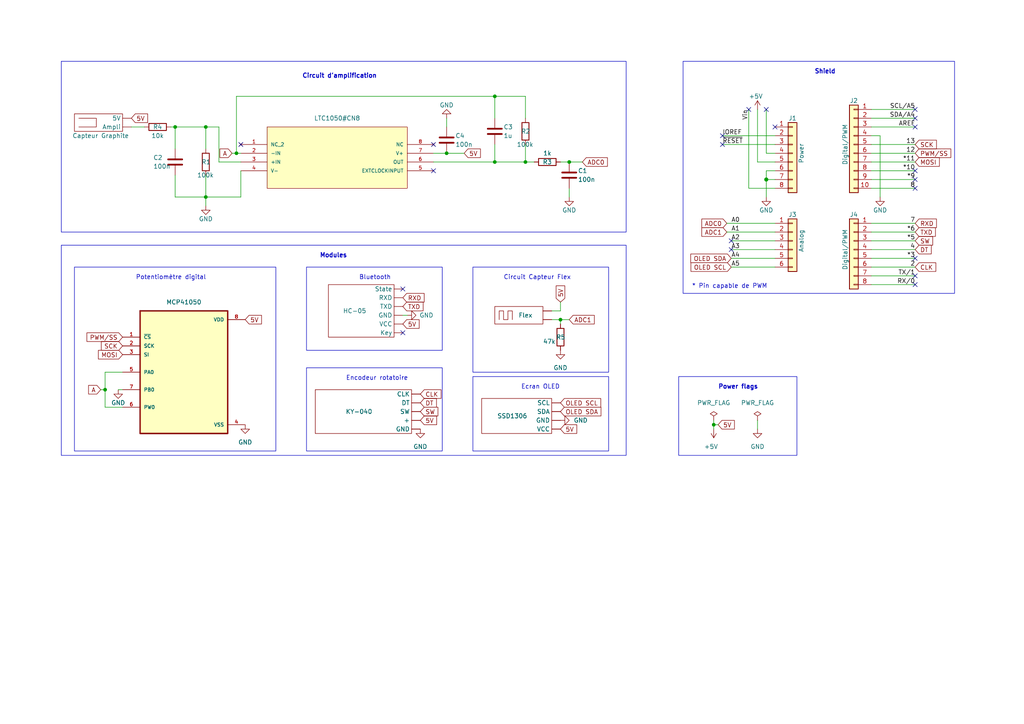
<source format=kicad_sch>
(kicad_sch (version 20230121) (generator eeschema)
  (paper "A4")
  (title_block (title "Projet capteur graphène") (date "2024-03-08") (rev "3") (company "INSA Toulouse") (comment 1 "VANDER-EECKEN Néo") (comment 2 "SELLIÉ Pierre"))
  (lib_symbols
    (symbol "Connector_Generic:Conn_01x06" (pin_names (offset 1.016) hide)
      (property "Reference" "J" (at 0 7.62 0))
      (property "Value" "Conn_01x06" (at 0 -10.16 0))
      (symbol "Conn_01x06_1_1"
        (rectangle (start -1.27 -7.493) (end 0 -7.747) (stroke (width 0.1524)))
        (rectangle (start -1.27 -4.953) (end 0 -5.207) (stroke (width 0.1524)))
        (rectangle (start -1.27 -2.413) (end 0 -2.667) (stroke (width 0.1524)))
        (rectangle (start -1.27 0.127) (end 0 -0.127) (stroke (width 0.1524)))
        (rectangle (start -1.27 2.667) (end 0 2.413) (stroke (width 0.1524)))
        (rectangle (start -1.27 5.207) (end 0 4.953) (stroke (width 0.1524)))
        (rectangle (start -1.27 6.35) (end 1.27 -8.89) (stroke (width 0.254)) (fill (type background)))
        (pin passive line (at -5.08 5.08 0) (length 3.81) (name "Pin_1") (number "1"))
        (pin passive line (at -5.08 2.54 0) (length 3.81) (name "Pin_2") (number "2"))
        (pin passive line (at -5.08 0 0) (length 3.81) (name "Pin_3") (number "3"))
        (pin passive line (at -5.08 -2.54 0) (length 3.81) (name "Pin_4") (number "4"))
        (pin passive line (at -5.08 -5.08 0) (length 3.81) (name "Pin_5") (number "5"))
        (pin passive line (at -5.08 -7.62 0) (length 3.81) (name "Pin_6") (number "6"))
      )
    )
    (symbol "Connector_Generic:Conn_01x08" (pin_names (offset 1.016) hide)
      (property "Reference" "J" (at 0 10.16 0))
      (property "Value" "Conn_01x08" (at 0 -12.7 0))
      (symbol "Conn_01x08_1_1"
        (rectangle (start -1.27 -10.033) (end 0 -10.287) (stroke (width 0.1524)))
        (rectangle (start -1.27 -7.493) (end 0 -7.747) (stroke (width 0.1524)))
        (rectangle (start -1.27 -4.953) (end 0 -5.207) (stroke (width 0.1524)))
        (rectangle (start -1.27 -2.413) (end 0 -2.667) (stroke (width 0.1524)))
        (rectangle (start -1.27 0.127) (end 0 -0.127) (stroke (width 0.1524)))
        (rectangle (start -1.27 2.667) (end 0 2.413) (stroke (width 0.1524)))
        (rectangle (start -1.27 5.207) (end 0 4.953) (stroke (width 0.1524)))
        (rectangle (start -1.27 7.747) (end 0 7.493) (stroke (width 0.1524)))
        (rectangle (start -1.27 8.89) (end 1.27 -11.43) (stroke (width 0.254)) (fill (type background)))
        (pin passive line (at -5.08 7.62 0) (length 3.81) (name "Pin_1") (number "1"))
        (pin passive line (at -5.08 5.08 0) (length 3.81) (name "Pin_2") (number "2"))
        (pin passive line (at -5.08 2.54 0) (length 3.81) (name "Pin_3") (number "3"))
        (pin passive line (at -5.08 0 0) (length 3.81) (name "Pin_4") (number "4"))
        (pin passive line (at -5.08 -2.54 0) (length 3.81) (name "Pin_5") (number "5"))
        (pin passive line (at -5.08 -5.08 0) (length 3.81) (name "Pin_6") (number "6"))
        (pin passive line (at -5.08 -7.62 0) (length 3.81) (name "Pin_7") (number "7"))
        (pin passive line (at -5.08 -10.16 0) (length 3.81) (name "Pin_8") (number "8"))
      )
    )
    (symbol "Connector_Generic:Conn_01x10" (pin_names (offset 1.016) hide)
      (property "Reference" "J" (at 0 12.7 0))
      (property "Value" "Conn_01x10" (at 0 -15.24 0))
      (symbol "Conn_01x10_1_1"
        (rectangle (start -1.27 -12.573) (end 0 -12.827) (stroke (width 0.1524)))
        (rectangle (start -1.27 -10.033) (end 0 -10.287) (stroke (width 0.1524)))
        (rectangle (start -1.27 -7.493) (end 0 -7.747) (stroke (width 0.1524)))
        (rectangle (start -1.27 -4.953) (end 0 -5.207) (stroke (width 0.1524)))
        (rectangle (start -1.27 -2.413) (end 0 -2.667) (stroke (width 0.1524)))
        (rectangle (start -1.27 0.127) (end 0 -0.127) (stroke (width 0.1524)))
        (rectangle (start -1.27 2.667) (end 0 2.413) (stroke (width 0.1524)))
        (rectangle (start -1.27 5.207) (end 0 4.953) (stroke (width 0.1524)))
        (rectangle (start -1.27 7.747) (end 0 7.493) (stroke (width 0.1524)))
        (rectangle (start -1.27 10.287) (end 0 10.033) (stroke (width 0.1524)))
        (rectangle (start -1.27 11.43) (end 1.27 -13.97) (stroke (width 0.254)) (fill (type background)))
        (pin passive line (at -5.08 10.16 0) (length 3.81) (name "Pin_1") (number "1"))
        (pin passive line (at -5.08 -12.7 0) (length 3.81) (name "Pin_10") (number "10"))
        (pin passive line (at -5.08 7.62 0) (length 3.81) (name "Pin_2") (number "2"))
        (pin passive line (at -5.08 5.08 0) (length 3.81) (name "Pin_3") (number "3"))
        (pin passive line (at -5.08 2.54 0) (length 3.81) (name "Pin_4") (number "4"))
        (pin passive line (at -5.08 0 0) (length 3.81) (name "Pin_5") (number "5"))
        (pin passive line (at -5.08 -2.54 0) (length 3.81) (name "Pin_6") (number "6"))
        (pin passive line (at -5.08 -5.08 0) (length 3.81) (name "Pin_7") (number "7"))
        (pin passive line (at -5.08 -7.62 0) (length 3.81) (name "Pin_8") (number "8"))
        (pin passive line (at -5.08 -10.16 0) (length 3.81) (name "Pin_9") (number "9"))
      )
    )
    (symbol "Device:C" (pin_numbers hide) (pin_names (offset 0.254))
      (property "Reference" "C" (at 0.635 2.54 0))
      (property "Value" "C" (at 0.635 -2.54 0))
      (symbol "C_0_1"
        (polyline (pts (xy -2.032 -0.762) (xy 2.032 -0.762)) (stroke (width 0.508)))
        (polyline (pts (xy -2.032 0.762) (xy 2.032 0.762)) (stroke (width 0.508)))
      )
      (symbol "C_1_1"
        (pin passive line (at 0 3.81 270) (length 2.794) (name "~") (number "1"))
        (pin passive line (at 0 -3.81 90) (length 2.794) (name "~") (number "2"))
      )
    )
    (symbol "Device:R" (pin_numbers hide) (pin_names (offset 0))
      (property "Reference" "R" (at 2.032 0 90))
      (property "Value" "R" (at 0 0 90))
      (symbol "R_0_1"
        (rectangle (start -1.016 -2.54) (end 1.016 2.54) (stroke (width 0.254)))
      )
      (symbol "R_1_1"
        (pin passive line (at 0 3.81 270) (length 1.27) (name "~") (number "1"))
        (pin passive line (at 0 -3.81 90) (length 1.27) (name "~") (number "2"))
      )
    )
    (symbol "GND_1" (power) (pin_names (offset 0))
      (property "Value" "GND_1" (at 0 -3.81 0))
      (symbol "GND_1_0_1"
        (polyline (pts (xy 0 0) (xy 0 -1.27) (xy 1.27 -1.27) (xy 0 -2.54) (xy -1.27 -1.27) (xy 0 -1.27)))
      )
      (symbol "GND_1_1_1"
        (pin power_in line (at 0 0 270) (length 0) hide (name "GND") (number "1"))
      )
    )
    (symbol "Projet_Capteur:Bluetooth" (pin_numbers hide)
      (property "Value" "HC-05" (at 2.54 -1.27 0))
      (symbol "Bluetooth_0_1"
        (rectangle (start -7.62 6.35) (end 11.43 -8.89))
      )
      (symbol "Bluetooth_1_1"
        (pin passive line (at -10.16 5.08 0) (length 2.54) (name "State") (number "1"))
        (pin passive line (at -10.16 2.54 0) (length 2.54) (name "RXD") (number "2"))
        (pin passive line (at -10.16 0 0) (length 2.54) (name "TXD") (number "3"))
        (pin passive line (at -10.16 -2.54 0) (length 2.54) (name "GND") (number "4"))
        (pin passive line (at -10.16 -5.08 0) (length 2.54) (name "VCC") (number "5"))
        (pin passive line (at -10.16 -7.62 0) (length 2.54) (name "Key") (number "6"))
      )
    )
    (symbol "Projet_Capteur:Capteur_GR" (pin_numbers hide)
      (property "Value" "Capteur Graphite" (at 2.54 -3.81 0))
      (symbol "Capteur_GR_0_1"
        (rectangle (start -3.81 2.54) (end 10.16 -2.54))
        (polyline (pts (xy 8.89 1.27) (xy 3.81 1.27) (xy 3.81 -1.27) (xy 8.89 -1.27)))
      )
      (symbol "Capteur_GR_1_1"
        (pin passive line (at -6.35 1.27 0) (length 2.54) (name "5V") (number "1"))
        (pin passive line (at -6.35 -1.27 0) (length 2.54) (name "Ampli") (number "2"))
      )
    )
    (symbol "Projet_Capteur:Encodeur Rotatoire" (pin_numbers hide)
      (property "Value" "KY-040" (at 3.81 3.81 0))
      (symbol "Encodeur Rotatoire_0_1"
        (rectangle (start -11.43 10.16) (end 16.51 -2.54))
      )
      (symbol "Encodeur Rotatoire_1_1"
        (pin passive line (at -13.97 8.89 0) (length 2.54) (name "CLK") (number "1"))
        (pin passive line (at -13.97 6.35 0) (length 2.54) (name "DT") (number "2"))
        (pin passive line (at -13.97 3.81 0) (length 2.54) (name "SW") (number "3"))
        (pin passive line (at -13.97 1.27 0) (length 2.54) (name "+") (number "4"))
        (pin passive line (at -13.97 -1.27 0) (length 2.54) (name "GND") (number "5"))
      )
    )
    (symbol "Projet_Capteur:Flex_sensor" (pin_numbers hide) (pin_names hide)
      (property "Value" "Flex" (at -1.27 0 0))
      (symbol "Flex_sensor_0_1"
        (rectangle (start -6.35 2.54) (end 7.62 -2.54))
        (polyline (pts (xy 2.54 -1.27) (xy 2.54 1.27) (xy 3.81 1.27) (xy 3.81 -1.27) (xy 5.08 -1.27) (xy 5.08 1.27) (xy 6.35 1.27) (xy 6.35 -1.27)))
      )
      (symbol "Flex_sensor_1_1"
        (pin passive line (at -8.89 1.27 0) (length 2.54) (name "+") (number "1"))
        (pin passive line (at -8.89 -1.27 0) (length 2.54) (name "-") (number "2"))
      )
    )
    (symbol "Projet_Capteur:LTC1050CN8" (pin_names (offset 1.016))
      (property "Reference" "U1" (at 27.94 -3.81 0))
      (property "Value" "LTC1050#CN8" (at 27.94 7.62 0))
      (symbol "LTC1050CN8_0_0"
        (rectangle (start 7.62 5.08) (end 48.26 -12.7) (stroke (width 0.1524)) (fill (type background)))
        (pin no_connect line (at 0 0 0) (length 7.62) (name "NC_2") (number "1"))
        (pin input line (at 0 -2.54 0) (length 7.62) (name "-IN") (number "2"))
        (pin input line (at 0 -5.08 0) (length 7.62) (name "+IN") (number "3"))
        (pin power_in line (at 0 -7.62 0) (length 7.62) (name "V-") (number "4"))
        (pin input line (at 55.88 -7.62 180) (length 7.62) (name "EXTCLOCKINPUT") (number "5"))
        (pin output line (at 55.88 -5.08 180) (length 7.62) (name "OUT") (number "6"))
        (pin power_in line (at 55.88 -2.54 180) (length 7.62) (name "V+") (number "7"))
        (pin no_connect line (at 55.88 0 180) (length 7.62) (name "NC") (number "8"))
      )
    )
    (symbol "Projet_Capteur:MCP41050-I_P" (pin_names (offset 1.016))
      (property "Value" "MCP41050-I_P" (at 0 20.32 0))
      (symbol "MCP41050-I_P_0_0"
        (rectangle (start -12.7 -17.78) (end 12.7 17.78) (stroke (width 0.41)) (fill (type background)))
        (pin input line (at -17.78 10.16 0) (length 5.08) (name "~{CS}") (number "1"))
        (pin input line (at -17.78 7.62 0) (length 5.08) (name "SCK") (number "2"))
        (pin input line (at -17.78 5.08 0) (length 5.08) (name "SI") (number "3"))
        (pin power_in line (at 17.78 -15.24 180) (length 5.08) (name "VSS") (number "4"))
        (pin bidirectional line (at -17.78 0 0) (length 5.08) (name "PA0") (number "5"))
        (pin bidirectional line (at -17.78 -10.16 0) (length 5.08) (name "PW0") (number "6"))
        (pin bidirectional line (at -17.78 -5.08 0) (length 5.08) (name "PB0") (number "7"))
        (pin power_in line (at 17.78 15.24 180) (length 5.08) (name "VDD") (number "8"))
      )
    )
    (symbol "Projet_Capteur:OLED" (pin_numbers hide)
      (property "Value" "SSD1306" (at 6.35 -1.27 0))
      (symbol "OLED_0_1"
        (rectangle (start -5.08 3.81) (end 15.24 -6.35))
      )
      (symbol "OLED_1_1"
        (pin passive line (at -7.62 2.54 0) (length 2.54) (name "SCL") (number "1"))
        (pin passive line (at -7.62 0 0) (length 2.54) (name "SDA") (number "2"))
        (pin passive line (at -7.62 -2.54 0) (length 2.54) (name "GND") (number "3"))
        (pin passive line (at -7.62 -5.08 0) (length 2.54) (name "VCC") (number "4"))
      )
    )
    (symbol "power:+5V" (power) (pin_names (offset 0))
      (property "Value" "+5V" (at 0 3.556 0))
      (symbol "+5V_0_1"
        (polyline (pts (xy -0.762 1.27) (xy 0 2.54)))
        (polyline (pts (xy 0 0) (xy 0 2.54)))
        (polyline (pts (xy 0 2.54) (xy 0.762 1.27)))
      )
      (symbol "+5V_1_1"
        (pin power_in line (at 0 0 90) (length 0) hide (name "+5V") (number "1"))
      )
    )
    (symbol "power:GND" (power) (pin_names (offset 0))
      (property "Value" "GND" (at 0 -3.81 0))
      (symbol "GND_0_1"
        (polyline (pts (xy 0 0) (xy 0 -1.27) (xy 1.27 -1.27) (xy 0 -2.54) (xy -1.27 -1.27) (xy 0 -1.27)))
      )
      (symbol "GND_1_1"
        (pin power_in line (at 0 0 270) (length 0) hide (name "GND") (number "1"))
      )
    )
    (symbol "power:PWR_FLAG" (power) (pin_numbers hide) (pin_names (offset 0) hide)
      (property "Value" "PWR_FLAG" (at 0 3.81 0))
      (symbol "PWR_FLAG_0_0"
        (pin power_out line (at 0 0 90) (length 0) (name "pwr") (number "1"))
      )
      (symbol "PWR_FLAG_0_1"
        (polyline (pts (xy 0 0) (xy 0 1.27) (xy -1.016 1.905) (xy 0 2.54) (xy 1.016 1.905) (xy 0 1.27)))
      )
    )
  )
  (junction (at 152.4 46.99))
  (junction (at 129.54 44.45))
  (junction (at 30.48 113.03))
  (junction (at 222.25 52.07) (diameter 1.016))
  (junction (at 68.58 44.45))
  (junction (at 59.69 36.83))
  (junction (at 59.69 57.15))
  (junction (at 207.01 123.19))
  (junction (at 143.51 46.99))
  (junction (at 162.56 92.71))
  (junction (at 143.51 27.94))
  (junction (at 50.8 36.83))
  (junction (at 165.1 46.99))
  (no_connect (at 125.73 41.91))
  (no_connect (at 265.43 49.53))
  (no_connect (at 222.25 31.75))
  (no_connect (at 265.43 52.07))
  (no_connect (at 265.43 74.93))
  (no_connect (at 217.17 31.75))
  (no_connect (at 209.55 41.91))
  (no_connect (at 209.55 39.37))
  (no_connect (at 69.85 41.91))
  (no_connect (at 116.84 83.82))
  (no_connect (at 265.43 54.61))
  (no_connect (at 116.84 96.52))
  (no_connect (at 125.73 49.53))
  (no_connect (at 212.09 72.39))
  (no_connect (at 265.43 82.55))
  (no_connect (at 265.43 36.83))
  (no_connect (at 224.79 36.83))
  (no_connect (at 265.43 34.29))
  (no_connect (at 265.43 31.75))
  (no_connect (at 212.09 69.85))
  (no_connect (at 265.43 80.01))
  (wire (pts (xy 252.73 82.55) (xy 265.43 82.55)))
  (wire (pts (xy 152.4 41.91) (xy 152.4 46.99)))
  (wire (pts (xy 129.54 44.45) (xy 134.62 44.45)))
  (wire (pts (xy 68.58 27.94) (xy 68.58 44.45)))
  (wire (pts (xy 252.73 31.75) (xy 265.43 31.75)))
  (wire (pts (xy 222.25 49.53) (xy 222.25 52.07)))
  (wire (pts (xy 212.09 77.47) (xy 224.79 77.47)))
  (wire (pts (xy 59.69 50.8) (xy 59.69 57.15)))
  (wire (pts (xy 252.73 54.61) (xy 265.43 54.61)))
  (wire (pts (xy 222.25 52.07) (xy 222.25 57.15)))
  (wire (pts (xy 50.8 57.15) (xy 59.69 57.15)))
  (wire (pts (xy 222.25 44.45) (xy 224.79 44.45)))
  (wire (pts (xy 35.56 107.95) (xy 30.48 107.95)))
  (wire (pts (xy 219.71 46.99) (xy 224.79 46.99)))
  (wire (pts (xy 162.56 92.71) (xy 160.02 92.71)))
  (wire (pts (xy 219.71 31.75) (xy 219.71 46.99)))
  (wire (pts (xy 252.73 41.91) (xy 265.43 41.91)))
  (wire (pts (xy 222.25 31.75) (xy 222.25 44.45)))
  (wire (pts (xy 224.79 64.77) (xy 210.82 64.77)))
  (wire (pts (xy 252.73 44.45) (xy 265.43 44.45)))
  (wire (pts (xy 125.73 44.45) (xy 129.54 44.45)))
  (wire (pts (xy 30.48 113.03) (xy 30.48 118.11)))
  (wire (pts (xy 38.1 36.83) (xy 41.91 36.83)))
  (wire (pts (xy 143.51 27.94) (xy 143.51 34.29)))
  (wire (pts (xy 50.8 50.8) (xy 50.8 57.15)))
  (wire (pts (xy 165.1 46.99) (xy 168.91 46.99)))
  (wire (pts (xy 29.21 113.03) (xy 30.48 113.03)))
  (wire (pts (xy 34.29 113.03) (xy 35.56 113.03)))
  (wire (pts (xy 252.73 67.31) (xy 265.43 67.31)))
  (wire (pts (xy 252.73 52.07) (xy 265.43 52.07)))
  (wire (pts (xy 59.69 43.18) (xy 59.69 36.83)))
  (wire (pts (xy 207.01 121.92) (xy 207.01 123.19)))
  (wire (pts (xy 30.48 118.11) (xy 35.56 118.11)))
  (wire (pts (xy 252.73 72.39) (xy 265.43 72.39)))
  (wire (pts (xy 252.73 64.77) (xy 265.43 64.77)))
  (wire (pts (xy 162.56 92.71) (xy 165.1 92.71)))
  (wire (pts (xy 209.55 39.37) (xy 224.79 39.37)))
  (wire (pts (xy 63.5 46.99) (xy 69.85 46.99)))
  (wire (pts (xy 255.27 39.37) (xy 255.27 57.15)))
  (wire (pts (xy 152.4 46.99) (xy 154.94 46.99)))
  (wire (pts (xy 63.5 36.83) (xy 63.5 46.99)))
  (wire (pts (xy 252.73 36.83) (xy 265.43 36.83)))
  (wire (pts (xy 143.51 46.99) (xy 152.4 46.99)))
  (wire (pts (xy 207.01 123.19) (xy 207.01 124.46)))
  (wire (pts (xy 224.79 69.85) (xy 212.09 69.85)))
  (wire (pts (xy 209.55 41.91) (xy 224.79 41.91)))
  (wire (pts (xy 224.79 52.07) (xy 222.25 52.07)))
  (wire (pts (xy 49.53 36.83) (xy 50.8 36.83)))
  (wire (pts (xy 129.54 34.29) (xy 129.54 36.83)))
  (wire (pts (xy 224.79 54.61) (xy 217.17 54.61)))
  (wire (pts (xy 162.56 90.17) (xy 160.02 90.17)))
  (wire (pts (xy 165.1 57.15) (xy 165.1 54.61)))
  (wire (pts (xy 219.71 121.92) (xy 219.71 124.46)))
  (wire (pts (xy 210.82 67.31) (xy 224.79 67.31)))
  (wire (pts (xy 143.51 41.91) (xy 143.51 46.99)))
  (wire (pts (xy 162.56 92.71) (xy 162.56 93.98)))
  (wire (pts (xy 59.69 57.15) (xy 69.85 57.15)))
  (wire (pts (xy 162.56 46.99) (xy 165.1 46.99)))
  (wire (pts (xy 152.4 27.94) (xy 152.4 34.29)))
  (wire (pts (xy 252.73 49.53) (xy 265.43 49.53)))
  (wire (pts (xy 252.73 39.37) (xy 255.27 39.37)))
  (wire (pts (xy 162.56 87.63) (xy 162.56 90.17)))
  (wire (pts (xy 224.79 49.53) (xy 222.25 49.53)))
  (wire (pts (xy 125.73 46.99) (xy 143.51 46.99)))
  (wire (pts (xy 252.73 46.99) (xy 265.43 46.99)))
  (wire (pts (xy 252.73 69.85) (xy 265.43 69.85)))
  (wire (pts (xy 212.09 72.39) (xy 224.79 72.39)))
  (wire (pts (xy 67.31 44.45) (xy 68.58 44.45)))
  (wire (pts (xy 143.51 27.94) (xy 152.4 27.94)))
  (wire (pts (xy 69.85 49.53) (xy 69.85 57.15)))
  (wire (pts (xy 116.84 91.44) (xy 118.11 91.44)))
  (wire (pts (xy 50.8 36.83) (xy 59.69 36.83)))
  (wire (pts (xy 208.28 123.19) (xy 207.01 123.19)))
  (wire (pts (xy 252.73 34.29) (xy 265.43 34.29)))
  (wire (pts (xy 30.48 107.95) (xy 30.48 113.03)))
  (wire (pts (xy 252.73 77.47) (xy 265.43 77.47)))
  (wire (pts (xy 252.73 74.93) (xy 265.43 74.93)))
  (wire (pts (xy 59.69 36.83) (xy 63.5 36.83)))
  (wire (pts (xy 68.58 27.94) (xy 143.51 27.94)))
  (wire (pts (xy 68.58 44.45) (xy 69.85 44.45)))
  (wire (pts (xy 252.73 80.01) (xy 265.43 80.01)))
  (wire (pts (xy 217.17 54.61) (xy 217.17 31.75)))
  (wire (pts (xy 224.79 74.93) (xy 212.09 74.93)))
  (wire (pts (xy 59.69 57.15) (xy 59.69 59.69)))
  (wire (pts (xy 50.8 36.83) (xy 50.8 43.18)))
  (rectangle (start 17.78 17.78) (end 181.61 67.31))
  (rectangle (start 198.12 17.78) (end 276.86 85.09))
  (rectangle (start 137.16 77.47) (end 176.53 107.95))
  (rectangle (start 137.16 109.22) (end 176.53 130.81))
  (rectangle (start 21.59 77.47) (end 80.01 130.81))
  (rectangle (start 17.78 71.12) (end 181.61 132.08))
  (rectangle (start 88.9 77.47) (end 128.27 101.6))
  (rectangle (start 196.85 109.22) (end 231.14 132.08))
  (rectangle (start 88.9 106.68) (end 128.27 130.81))
  (text "Potentiomètre digital" (at 39.37 81.28 0) (effects (font (size 1.27 1.27)) (justify left bottom)))
  (text "Circuit d'amplification" (at 87.63 22.86 0) (effects (font (size 1.27 1.27) (thickness 0.254) bold) (justify left bottom)))
  (text "Power flags" (at 208.28 113.03 0) (effects (font (size 1.27 1.27) bold) (justify left bottom)))
  (text "Bluetooth" (at 104.14 81.28 0) (effects (font (size 1.27 1.27)) (justify left bottom)))
  (text "Ecran OLED" (at 151.13 113.03 0) (effects (font (size 1.27 1.27)) (justify left bottom)))
  (text "Circuit Capteur Flex " (at 146.05 81.28 0) (effects (font (size 1.27 1.27)) (justify left bottom)))
  (text "* Pin capable de PWM" (at 200.66 83.82 0) (effects (font (size 1.27 1.27)) (justify left bottom)))
  (text "Modules" (at 92.71 74.93 0) (effects (font (size 1.27 1.27) (thickness 0.254) bold) (justify left bottom)))
  (text "Shield" (at 236.22 21.59 0) (effects (font (size 1.27 1.27) (thickness 0.254) bold) (justify left bottom)))
  (text "Encodeur rotatoire" (at 100.33 110.49 0) (effects (font (size 1.27 1.27)) (justify left bottom)))
  (label "RX{slash}0" (at 265.43 82.55 180))
  (label "A2" (at 212.09 69.85 0))
  (label "4" (at 265.43 72.39 180))
  (label "2" (at 265.43 77.47 180))
  (label "A3" (at 212.09 72.39 0))
  (label "13" (at 265.43 41.91 180))
  (label "12" (at 265.43 44.45 180))
  (label "~{RESET}" (at 209.55 41.91 0))
  (label "*10" (at 265.43 49.53 180))
  (label "7" (at 265.43 64.77 180))
  (label "SDA{slash}A4" (at 265.43 34.29 180))
  (label "8" (at 265.43 54.61 180))
  (label "*11" (at 265.43 46.99 180))
  (label "*3" (at 265.43 74.93 180))
  (label "A1" (at 212.09 67.31 0))
  (label "TX{slash}1" (at 265.43 80.01 180))
  (label "A0" (at 212.09 64.77 0))
  (label "AREF" (at 265.43 36.83 180))
  (label "Vin" (at 217.17 31.75 270))
  (label "*6" (at 265.43 67.31 180))
  (label "SCL{slash}A5" (at 265.43 31.75 180))
  (label "*9" (at 265.43 52.07 180))
  (label "*5" (at 265.43 69.85 180))
  (label "IOREF" (at 209.55 39.37 0))
  (label "A4" (at 212.09 74.93 0))
  (label "A5" (at 212.09 77.47 0))
  (global_label "5V" (shape input) (at 38.1 34.29 0) (property "Intersheetrefs" "${INTERSHEET_REFS}" (effects hide)))
  (global_label "DT" (shape input) (at 121.92 116.84 0) (property "Intersheetrefs" "${INTERSHEET_REFS}" (effects hide)))
  (global_label "TXD" (shape input) (at 265.43 67.31 0) (property "Intersheetrefs" "${INTERSHEET_REFS}" (effects hide)))
  (global_label "MOSI" (shape input) (at 35.56 102.87 180) (property "Intersheetrefs" "${INTERSHEET_REFS}" (effects hide)))
  (global_label "CLK" (shape input) (at 121.92 114.3 0) (property "Intersheetrefs" "${INTERSHEET_REFS}" (effects hide)))
  (global_label "DT" (shape input) (at 265.43 72.39 0) (property "Intersheetrefs" "${INTERSHEET_REFS}" (effects hide)))
  (global_label "ADC1" (shape input) (at 210.82 67.31 180) (property "Intersheetrefs" "${INTERSHEET_REFS}" (effects hide)))
  (global_label "5V" (shape input) (at 71.12 92.71 0) (property "Intersheetrefs" "${INTERSHEET_REFS}" (effects hide)))
  (global_label "PWM{slash}SS" (shape input) (at 35.56 97.79 180) (property "Intersheetrefs" "${INTERSHEET_REFS}" (effects hide)))
  (global_label "A" (shape input) (at 67.31 44.45 180) (property "Intersheetrefs" "${INTERSHEET_REFS}" (effects hide)))
  (global_label "5V" (shape input) (at 208.28 123.19 0) (property "Intersheetrefs" "${INTERSHEET_REFS}" (effects hide)))
  (global_label "RXD" (shape input) (at 265.43 64.77 0) (property "Intersheetrefs" "${INTERSHEET_REFS}" (effects hide)))
  (global_label "5V" (shape input) (at 134.62 44.45 0) (property "Intersheetrefs" "${INTERSHEET_REFS}" (effects hide)))
  (global_label "PWM{slash}SS" (shape input) (at 265.43 44.45 0) (property "Intersheetrefs" "${INTERSHEET_REFS}" (effects hide)))
  (global_label "ADC1" (shape input) (at 165.1 92.71 0) (property "Intersheetrefs" "${INTERSHEET_REFS}" (effects hide)))
  (global_label "OLED SCL" (shape input) (at 162.56 116.84 0) (property "Intersheetrefs" "${INTERSHEET_REFS}" (effects hide)))
  (global_label "OLED SDA" (shape input) (at 162.56 119.38 0) (property "Intersheetrefs" "${INTERSHEET_REFS}" (effects hide)))
  (global_label "5V" (shape input) (at 162.56 124.46 0) (property "Intersheetrefs" "${INTERSHEET_REFS}" (effects hide)))
  (global_label "SCK" (shape input) (at 35.56 100.33 180) (property "Intersheetrefs" "${INTERSHEET_REFS}" (effects hide)))
  (global_label "5V" (shape input) (at 162.56 87.63 90) (property "Intersheetrefs" "${INTERSHEET_REFS}" (effects hide)))
  (global_label "OLED SCL" (shape input) (at 212.09 77.47 180) (property "Intersheetrefs" "${INTERSHEET_REFS}" (effects hide)))
  (global_label "ADC0" (shape input) (at 210.82 64.77 180) (property "Intersheetrefs" "${INTERSHEET_REFS}" (effects hide)))
  (global_label "5V" (shape input) (at 116.84 93.98 0) (property "Intersheetrefs" "${INTERSHEET_REFS}" (effects hide)))
  (global_label "SCK" (shape input) (at 265.43 41.91 0) (property "Intersheetrefs" "${INTERSHEET_REFS}" (effects hide)))
  (global_label "ADC0" (shape input) (at 168.91 46.99 0) (property "Intersheetrefs" "${INTERSHEET_REFS}" (effects hide)))
  (global_label "MOSI" (shape input) (at 265.43 46.99 0) (property "Intersheetrefs" "${INTERSHEET_REFS}" (effects hide)))
  (global_label "CLK" (shape input) (at 265.43 77.47 0) (property "Intersheetrefs" "${INTERSHEET_REFS}" (effects hide)))
  (global_label "A" (shape input) (at 29.21 113.03 180) (property "Intersheetrefs" "${INTERSHEET_REFS}" (effects hide)))
  (global_label "TXD" (shape input) (at 116.84 88.9 0) (property "Intersheetrefs" "${INTERSHEET_REFS}" (effects hide)))
  (global_label "RXD" (shape input) (at 116.84 86.36 0) (property "Intersheetrefs" "${INTERSHEET_REFS}" (effects hide)))
  (global_label "OLED SDA" (shape input) (at 212.09 74.93 180) (property "Intersheetrefs" "${INTERSHEET_REFS}" (effects hide)))
  (global_label "5V" (shape input) (at 121.92 121.92 0) (property "Intersheetrefs" "${INTERSHEET_REFS}" (effects hide)))
  (global_label "SW" (shape input) (at 265.43 69.85 0) (property "Intersheetrefs" "${INTERSHEET_REFS}" (effects hide)))
  (global_label "SW" (shape input) (at 121.92 119.38 0) (property "Intersheetrefs" "${INTERSHEET_REFS}" (effects hide)))
  (symbol (lib_id "Connector_Generic:Conn_01x08") (at 229.87 44.45 0) (unit 1)
    (property "Reference" "J1" (at 229.87 34.29 0))
    (property "Value" "Power" (at 232.41 44.45 90))
    (property "Footprint" "Connector_PinSocket_2.54mm:PinSocket_1x08_P2.54mm_Vertical" (effects hide))
  )
  (symbol (lib_id "power:+5V") (at 219.71 31.75 0) (unit 1)
    (property "Reference" "#PWR02" (effects hide))
    (property "Value" "+5V" (at 217.17 27.94 0) (effects (justify left)))
  )
  (symbol (lib_id "power:GND") (at 222.25 57.15 0) (unit 1)
    (property "Reference" "#PWR04" (effects hide))
    (property "Value" "GND" (at 222.25 60.96 0))
  )
  (symbol (lib_id "Connector_Generic:Conn_01x10") (at 247.65 41.91 0) (mirror y) (unit 1)
    (property "Reference" "J2" (at 247.65 29.21 0))
    (property "Value" "Digital/PWM" (at 245.11 41.91 90))
    (property "Footprint" "Connector_PinSocket_2.54mm:PinSocket_1x10_P2.54mm_Vertical" (effects hide))
  )
  (symbol (lib_id "power:GND") (at 255.27 57.15 0) (unit 1)
    (property "Reference" "#PWR05" (effects hide))
    (property "Value" "GND" (at 255.27 60.96 0))
  )
  (symbol (lib_id "Connector_Generic:Conn_01x06") (at 229.87 69.85 0) (unit 1)
    (property "Reference" "J3" (at 229.87 62.23 0))
    (property "Value" "Analog" (at 232.41 69.85 90))
    (property "Footprint" "Connector_PinSocket_2.54mm:PinSocket_1x06_P2.54mm_Vertical" (effects hide))
  )
  (symbol (lib_id "Connector_Generic:Conn_01x08") (at 247.65 72.39 0) (mirror y) (unit 1)
    (property "Reference" "J4" (at 247.65 62.23 0))
    (property "Value" "Digital/PWM" (at 245.11 72.39 90))
    (property "Footprint" "Connector_PinSocket_2.54mm:PinSocket_1x08_P2.54mm_Vertical" (effects hide))
  )
  (symbol (lib_name "GND_1") (lib_id "power:GND") (at 165.1 57.15 0) (unit 1)
    (property "Reference" "#PWR01" (effects hide))
    (property "Value" "GND" (at 165.1 60.96 0))
  )
  (symbol (lib_name "GND_1") (lib_id "power:GND") (at 118.11 91.44 90) (unit 1)
    (property "Reference" "#PWR014" (effects hide))
    (property "Value" "GND" (at 125.73 91.44 90) (effects (justify left)))
  )
  (symbol (lib_name "GND_1") (lib_id "power:GND") (at 34.29 113.03 0) (unit 1)
    (property "Reference" "#PWR09" (effects hide))
    (property "Value" "GND" (at 34.29 116.84 0))
  )
  (symbol (lib_id "Device:R") (at 152.4 38.1 0) (unit 1)
    (property "Reference" "R2" (at 151.13 38.1 0) (effects (justify left)))
    (property "Value" "100k" (at 149.86 41.91 0) (effects (justify left)))
    (property "Footprint" "Resistor_THT:R_Axial_DIN0204_L3.6mm_D1.6mm_P5.08mm_Horizontal" (effects hide))
  )
  (symbol (lib_id "Projet_Capteur:Encodeur Rotatoire") (at 107.95 123.19 0) (mirror y) (unit 1)
    (property "Reference" "Pot1" (effects hide))
    (property "Value" "KY-040" (at 104.14 119.38 0))
    (property "Footprint" "Connector_PinSocket_2.54mm:PinSocket_1x05_P2.54mm_Vertical" (effects hide))
  )
  (symbol (lib_id "power:PWR_FLAG") (at 207.01 121.92 0) (unit 1)
    (property "Reference" "#FLG01" (effects hide))
    (property "Value" "PWR_FLAG" (at 207.01 116.84 0))
  )
  (symbol (lib_name "GND_1") (lib_id "power:GND") (at 219.71 124.46 0) (unit 1)
    (property "Reference" "#PWR016" (effects hide))
    (property "Value" "GND" (at 219.71 129.54 0))
  )
  (symbol (lib_name "GND_1") (lib_id "power:GND") (at 129.54 34.29 180) (unit 1)
    (property "Reference" "#PWR010" (effects hide))
    (property "Value" "GND" (at 129.54 30.48 0))
  )
  (symbol (lib_id "Device:C") (at 165.1 50.8 0) (unit 1)
    (property "Reference" "C1" (at 167.64 49.53 0) (effects (justify left)))
    (property "Value" "100n" (at 167.64 52.07 0) (effects (justify left)))
    (property "Footprint" "Capacitor_THT:C_Disc_D4.3mm_W1.9mm_P5.00mm" (effects hide))
  )
  (symbol (lib_id "power:+5V") (at 207.01 124.46 180) (unit 1)
    (property "Reference" "#PWR015" (effects hide))
    (property "Value" "+5V" (at 208.28 129.54 0) (effects (justify left)))
  )
  (symbol (lib_id "Projet_Capteur:OLED") (at 154.94 119.38 0) (mirror y) (unit 1)
    (property "Reference" "SSD1306" (effects hide))
    (property "Value" "SSD1306" (at 148.59 120.65 0))
    (property "Footprint" "Connector_PinSocket_2.54mm:PinSocket_1x04_P2.54mm_Vertical" (effects hide))
  )
  (symbol (lib_id "Device:R") (at 162.56 97.79 0) (unit 1)
    (property "Reference" "R5" (at 161.29 97.79 0) (effects (justify left)))
    (property "Value" "47k" (at 157.48 99.06 0) (effects (justify left)))
    (property "Footprint" "Resistor_THT:R_Axial_DIN0204_L3.6mm_D1.6mm_P5.08mm_Horizontal" (effects hide))
  )
  (symbol (lib_name "GND_1") (lib_id "power:GND") (at 59.69 59.69 0) (unit 1)
    (property "Reference" "#PWR06" (effects hide))
    (property "Value" "GND" (at 59.69 63.5 0))
  )
  (symbol (lib_id "Projet_Capteur:Bluetooth") (at 106.68 88.9 0) (mirror y) (unit 1)
    (property "Reference" "HC-5" (effects hide))
    (property "Value" "HC-05" (at 102.87 90.17 0))
    (property "Footprint" "Connector_PinSocket_2.54mm:PinSocket_1x06_P2.54mm_Vertical" (effects hide))
  )
  (symbol (lib_id "Projet_Capteur:Flex_sensor") (at 151.13 91.44 0) (mirror y) (unit 1)
    (property "Reference" "Flex1" (effects hide))
    (property "Value" "Flex" (at 152.4 91.44 0))
    (property "Footprint" "Connector_PinSocket_2.54mm:PinSocket_1x02_P2.54mm_Vertical" (effects hide))
  )
  (symbol (lib_name "GND_1") (lib_id "power:GND") (at 162.56 121.92 90) (unit 1)
    (property "Reference" "#PWR012" (effects hide))
    (property "Value" "GND" (at 166.37 121.92 90) (effects (justify right)))
  )
  (symbol (lib_id "Projet_Capteur:MCP41050-I_P") (at 53.34 107.95 0) (unit 1)
    (property "Reference" "U2" (effects hide))
    (property "Value" "MCP41050" (at 53.34 87.63 0))
    (property "Footprint" "Ma_Librairie:MCP" (effects hide))
    (property "MF" "Microchip" (effects hide))
    (property "Description" "\nMCP41050-I/P,Digital Potentiometer 50kOhms 256-Pos Linear Serial-SPI 8-Pin PDIP | Microchip Technology Inc. MCP41050-I/P\n" (effects hide))
    (property "Package" "DIP-8 Microchip" (effects hide))
    (property "Price" "None" (effects hide))
    (property "SnapEDA_Link" "https://www.snapeda.com/parts/MCP41050-I/P/Microchip/view-part/?ref=snap" (effects hide))
    (property "MP" "MCP41050-I/P" (effects hide))
    (property "Purchase-URL" "https://www.snapeda.com/api/url_track_click_mouser/?unipart_id=383020&manufacturer=Microchip&part_name=MCP41050-I/P&search_term=mcp 41050" (effects hide))
    (property "Availability" "In Stock" (effects hide))
    (property "Check_prices" "https://www.snapeda.com/parts/MCP41050-I/P/Microchip/view-part/?ref=eda" (effects hide))
  )
  (symbol (lib_name "GND_1") (lib_id "power:GND") (at 162.56 101.6 0) (unit 1)
    (property "Reference" "#PWR011" (effects hide))
    (property "Value" "GND" (at 162.56 106.68 0))
  )
  (symbol (lib_name "GND_1") (lib_id "power:GND") (at 71.12 123.19 0) (unit 1)
    (property "Reference" "#PWR08" (effects hide))
    (property "Value" "GND" (at 71.12 128.27 0))
  )
  (symbol (lib_name "GND_1") (lib_id "power:GND") (at 121.92 124.46 0) (unit 1)
    (property "Reference" "#PWR013" (effects hide))
    (property "Value" "GND" (at 121.92 129.54 0))
  )
  (symbol (lib_id "Projet_Capteur:Capteur_GR") (at 31.75 35.56 0) (mirror y) (unit 1)
    (property "Reference" "Capteur-Graphite1" (effects hide))
    (property "Value" "Capteur Graphite" (at 29.21 39.37 0))
    (property "Footprint" "Connector_PinSocket_2.54mm:PinSocket_1x02_P2.54mm_Vertical" (effects hide))
  )
  (symbol (lib_id "Device:R") (at 45.72 36.83 90) (unit 1)
    (property "Reference" "R4" (at 45.72 36.83 90))
    (property "Value" "10k" (at 45.72 39.37 90))
    (property "Footprint" "Resistor_THT:R_Axial_DIN0204_L3.6mm_D1.6mm_P5.08mm_Horizontal" (effects hide))
  )
  (symbol (lib_id "Device:R") (at 59.69 46.99 0) (unit 1)
    (property "Reference" "R1" (at 58.42 46.99 0) (effects (justify left)))
    (property "Value" "100k" (at 57.15 50.8 0) (effects (justify left)))
    (property "Footprint" "Resistor_THT:R_Axial_DIN0204_L3.6mm_D1.6mm_P5.08mm_Horizontal" (effects hide))
  )
  (symbol (lib_id "Device:R") (at 158.75 46.99 90) (unit 1)
    (property "Reference" "R3" (at 158.75 46.99 90))
    (property "Value" "1k" (at 158.75 44.45 90))
    (property "Footprint" "Resistor_THT:R_Axial_DIN0204_L3.6mm_D1.6mm_P5.08mm_Horizontal" (effects hide))
  )
  (symbol (lib_id "Device:C") (at 50.8 46.99 0) (unit 1)
    (property "Reference" "C2" (at 44.45 45.72 0) (effects (justify left)))
    (property "Value" "100n" (at 44.45 48.26 0) (effects (justify left)))
    (property "Footprint" "Capacitor_THT:C_Disc_D4.3mm_W1.9mm_P5.00mm" (effects hide))
  )
  (symbol (lib_id "Projet_Capteur:LTC1050CN8") (at 69.85 41.91 0) (unit 1)
    (property "Reference" "U1" (effects hide))
    (property "Value" "LTC1050#CN8" (at 97.79 34.29 0))
    (property "Footprint" "Ma_Librairie:LTC1050" (effects hide))
    (property "MF" "Analog Devices" (effects hide))
    (property "VENDOR" "Linear Technology" (effects hide))
    (property "Description" "\nZero-Drift Amplifier 1 Circuit - 8-PDIP\n" (effects hide))
    (property "COPYRIGHT" " " (effects hide))
    (property "Package" "PDIP-8 Linear Technology" (effects hide))
    (property "Price" "None" (effects hide))
    (property "Check_prices" " " (effects hide))
    (property "SnapEDA_Link" " " (effects hide))
    (property "MP" "LTC1050CN8" (effects hide))
    (property "Availability" "In Stock" (effects hide))
    (property "MANUFACTURER_PART_NUMBER" "ltc1050cn8" (effects hide))
  )
  (symbol (lib_id "Device:C") (at 129.54 40.64 0) (unit 1)
    (property "Reference" "C4" (at 132.08 39.37 0) (effects (justify left)))
    (property "Value" "100n" (at 132.08 41.91 0) (effects (justify left)))
    (property "Footprint" "Capacitor_THT:C_Disc_D4.3mm_W1.9mm_P5.00mm" (effects hide))
  )
  (symbol (lib_id "Device:C") (at 143.51 38.1 0) (unit 1)
    (property "Reference" "C3" (at 146.05 36.83 0) (effects (justify left)))
    (property "Value" "1u" (at 146.05 39.37 0) (effects (justify left)))
    (property "Footprint" "Capacitor_THT:C_Rect_L7.0mm_W4.5mm_P5.00mm" (effects hide))
  )
  (symbol (lib_id "power:PWR_FLAG") (at 219.71 121.92 0) (unit 1)
    (property "Reference" "#FLG02" (effects hide))
    (property "Value" "PWR_FLAG" (at 219.71 116.84 0))
  )
)
</source>
